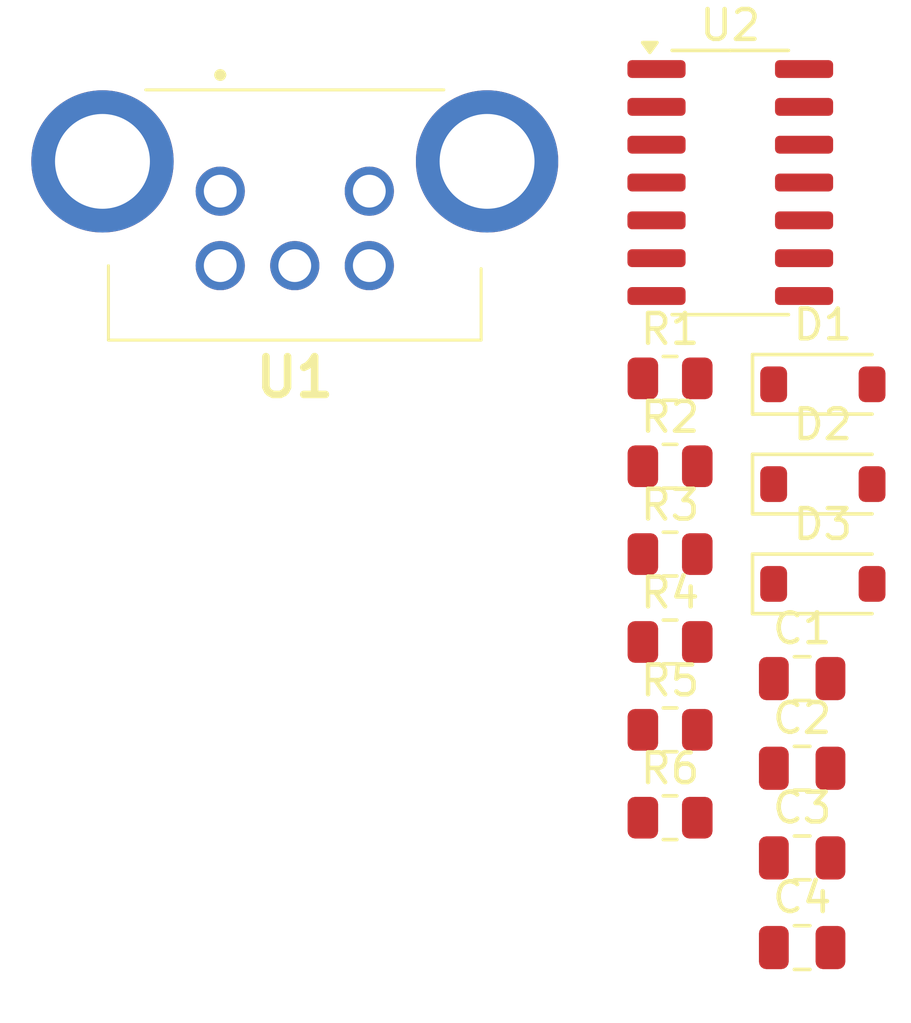
<source format=kicad_pcb>
(kicad_pcb (version 20241229) (generator "pcbnew") (generator_version "9.0")
  (layers (0 "F.Cu" signal) (2 "B.Cu" signal) (13 "F.Paste" user) (15 "B.Paste" user) (5 "F.SilkS" user "F.Silkscreen") (7 "B.SilkS" user "B.Silkscreen") (1 "F.Mask" user) (3 "B.Mask" user) (25 "Edge.Cuts" user))
  (net 0 "")
  (net 1 "GND")
  (net 2 "Net-(D1-K)")
  (net 3 "Net-(D2-K)")
  (net 4 "Net-(D3-K)")
  (net 5 "+3.3V")
  (net 6 "Net-(D1-A)")
  (net 7 "Net-(D2-A)")
  (net 8 "Net-(D3-A)")
  (net 9 "ENC_A")
  (net 10 "ENC_B")
  (net 11 "switch")
  (footprint "Capacitor_SMD:C_0805_2012Metric" (layer "F.Cu") (at 269.56 155.778)
    (property "Reference" "C2" (at 0 -1.68 0) (layer "F.SilkS"))
    (property "Value" "100n")
    (fp_line (start -0.261252 -0.735) (end 0.261252 -0.735) (stroke (width 0.12)) (layer "F.SilkS"))
    (fp_line (start -0.261252 0.735) (end 0.261252 0.735) (stroke (width 0.12)) (layer "F.SilkS"))
    (pad "1" smd roundrect (at -0.95 0) (size 1 1.45) (layers "F.Cu" "F.Mask" "F.Paste") (net 3 "Net-(D2-K)"))
    (pad "2" smd roundrect (at 0.95 0) (size 1 1.45) (layers "F.Cu" "F.Mask" "F.Paste") (net 1 "GND"))
  )
  (footprint "Resistor_SMD:R_0805_2012Metric" (layer "F.Cu") (at 265.13 148.588)
    (property "Reference" "R3" (at 0 -1.65 0) (layer "F.SilkS"))
    (property "Value" "18k")
    (fp_line (start -0.227064 -0.735) (end 0.227064 -0.735) (stroke (width 0.12)) (layer "F.SilkS"))
    (fp_line (start -0.227064 0.735) (end 0.227064 0.735) (stroke (width 0.12)) (layer "F.SilkS"))
    (pad "1" smd roundrect (at -0.9125 0) (size 1.025 1.4) (layers "F.Cu" "F.Mask" "F.Paste") (roundrect_rratio 0.243902) (net 8 "Net-(D3-A)"))
    (pad "2" smd roundrect (at 0.9125 0) (size 1.025 1.4) (layers "F.Cu" "F.Mask" "F.Paste") (roundrect_rratio 0.243902) (net 4 "Net-(D3-K)"))
  )
  (footprint "lb3th:PEC12R2217FS0024" (layer "F.Cu") (at 250.042 136.403)
    (property "Reference" "U1" (at 2.5 6.25 0) (layer "F.SilkS") (effects (font (size 1.27 1.27) (thickness 0.254))))
    (property "Value" "PEC12R-2217F-S0024" (hide yes))
    (fp_line (start -3.75 2.5) (end -3.75 5) (stroke (width 0.1)) (layer "F.SilkS"))
    (fp_line (start -3.75 5) (end 8.75 5) (stroke (width 0.1)) (layer "F.SilkS"))
    (fp_line (start -2.5 -3.4) (end 7.5 -3.4) (stroke (width 0.1)) (layer "F.SilkS"))
    (fp_line (start -0.1 -3.9) (end -0.1 -3.9) (stroke (width 0.2)) (layer "F.SilkS"))
    (fp_line (start 0.1 -3.9) (end 0.1 -3.9) (stroke (width 0.2)) (layer "F.SilkS"))
    (fp_line (start 8.75 5) (end 8.75 2.6) (stroke (width 0.1)) (layer "F.SilkS"))
    (fp_arc (start -0.1 -3.9) (mid 0 -4) (end 0.1 -3.9) (stroke (width 0.2)) (layer "F.SilkS"))
    (fp_arc (start 0.1 -3.9) (mid 0 -3.8) (end -0.1 -3.9) (stroke (width 0.2)) (layer "F.SilkS"))
    (pad "1" thru_hole circle (at 0 0) (size 1.65 1.65) (drill 1.1) (layers "*.Cu" "*.Mask") (net 6 "Net-(D1-A)"))
    (pad "2" thru_hole circle (at 5 0) (size 1.65 1.65) (drill 1.1) (layers "*.Cu" "*.Mask") (net 1 "GND"))
    (pad "A1" thru_hole circle (at 0 2.5) (size 1.65 1.65) (drill 1.1) (layers "*.Cu" "*.Mask") (net 7 "Net-(D2-A)"))
    (pad "B1" thru_hole circle (at 5 2.5) (size 1.65 1.65) (drill 1.1) (layers "*.Cu" "*.Mask") (net 8 "Net-(D3-A)"))
    (pad "C1" thru_hole circle (at 2.5 2.5) (size 1.65 1.65) (drill 1.1) (layers "*.Cu" "*.Mask") (net 1 "GND"))
    (pad "MH1" thru_hole circle (at -3.95 -1) (size 4.774 4.774) (drill 3.1828) (layers "*.Cu" "*.Mask") (net 1 "GND"))
    (pad "MH2" thru_hole circle (at 8.95 -1) (size 4.774 4.774) (drill 3.1828) (layers "*.Cu" "*.Mask") (net 1 "GND"))
  )
  (footprint "Package_SO:SOIC-14_3.9x8.7mm_P1.27mm" (layer "F.Cu") (at 267.15 136.113)
    (property "Reference" "U2" (at 0 -5.28 0) (layer "F.SilkS"))
    (property "Value" "74HC14")
    (fp_line (start 0 -4.435) (end -1.95 -4.435) (stroke (width 0.12)) (layer "F.SilkS"))
    (fp_line (start 0 -4.435) (end 1.95 -4.435) (stroke (width 0.12)) (layer "F.SilkS"))
    (fp_line (start 0 4.435) (end -1.95 4.435) (stroke (width 0.12)) (layer "F.SilkS"))
    (fp_line (start 0 4.435) (end 1.95 4.435) (stroke (width 0.12)) (layer "F.SilkS"))
    (fp_poly (pts (xy -2.7 -4.37) (xy -2.94 -4.7) (xy -2.46 -4.7)) (stroke (width 0.12)) (fill yes) (layer "F.SilkS"))
    (pad "1" smd roundrect (at -2.475 -3.81) (size 1.95 0.6) (layers "F.Cu" "F.Mask" "F.Paste") (net 2 "Net-(D1-K)"))
    (pad "2" smd roundrect (at -2.475 -2.54) (size 1.95 0.6) (layers "F.Cu" "F.Mask" "F.Paste") (net 11 "switch"))
    (pad "3" smd roundrect (at -2.475 -1.27) (size 1.95 0.6) (layers "F.Cu" "F.Mask" "F.Paste") (net 3 "Net-(D2-K)"))
    (pad "4" smd roundrect (at -2.475 0) (size 1.95 0.6) (layers "F.Cu" "F.Mask" "F.Paste") (net 9 "ENC_A"))
    (pad "5" smd roundrect (at -2.475 1.27) (size 1.95 0.6) (layers "F.Cu" "F.Mask" "F.Paste") (net 4 "Net-(D3-K)"))
    (pad "6" smd roundrect (at -2.475 2.54) (size 1.95 0.6) (layers "F.Cu" "F.Mask" "F.Paste") (net 10 "ENC_B"))
    (pad "7" smd roundrect (at -2.475 3.81) (size 1.95 0.6) (layers "F.Cu" "F.Mask" "F.Paste") (net 1 "GND"))
    (pad "8" smd roundrect (at 2.475 3.81) (size 1.95 0.6) (layers "F.Cu" "F.Mask" "F.Paste"))
    (pad "9" smd roundrect (at 2.475 2.54) (size 1.95 0.6) (layers "F.Cu" "F.Mask" "F.Paste"))
    (pad "10" smd roundrect (at 2.475 1.27) (size 1.95 0.6) (layers "F.Cu" "F.Mask" "F.Paste"))
    (pad "11" smd roundrect (at 2.475 0) (size 1.95 0.6) (layers "F.Cu" "F.Mask" "F.Paste"))
    (pad "12" smd roundrect (at 2.475 -1.27) (size 1.95 0.6) (layers "F.Cu" "F.Mask" "F.Paste"))
    (pad "13" smd roundrect (at 2.475 -2.54) (size 1.95 0.6) (layers "F.Cu" "F.Mask" "F.Paste"))
    (pad "14" smd roundrect (at 2.475 -3.81) (size 1.95 0.6) (layers "F.Cu" "F.Mask" "F.Paste") (net 5 "+3.3V"))
  )
  (footprint "Diode_SMD:D_SOD-123" (layer "F.Cu") (at 270.255 142.888)
    (property "Reference" "D1" (at 0 -2 0) (layer "F.SilkS"))
    (property "Value" "1n4148")
    (fp_line (start -2.36 -1) (end -2.36 1) (stroke (width 0.12)) (layer "F.SilkS"))
    (fp_line (start -2.36 -1) (end 1.65 -1) (stroke (width 0.12)) (layer "F.SilkS"))
    (fp_line (start -2.36 1) (end 1.65 1) (stroke (width 0.12)) (layer "F.SilkS"))
    (pad "1" smd roundrect (at -1.65 0) (size 0.9 1.2) (layers "F.Cu" "F.Mask" "F.Paste") (net 2 "Net-(D1-K)"))
    (pad "2" smd roundrect (at 1.65 0) (size 0.9 1.2) (layers "F.Cu" "F.Mask" "F.Paste") (net 6 "Net-(D1-A)"))
  )
  (footprint "Resistor_SMD:R_0805_2012Metric" (layer "F.Cu") (at 265.13 151.538)
    (property "Reference" "R4" (at 0 -1.65 0) (layer "F.SilkS"))
    (property "Value" "82k")
    (fp_line (start -0.227064 -0.735) (end 0.227064 -0.735) (stroke (width 0.12)) (layer "F.SilkS"))
    (fp_line (start -0.227064 0.735) (end 0.227064 0.735) (stroke (width 0.12)) (layer "F.SilkS"))
    (pad "1" smd roundrect (at -0.9125 0) (size 1.025 1.4) (layers "F.Cu" "F.Mask" "F.Paste") (roundrect_rratio 0.243902) (net 8 "Net-(D3-A)"))
    (pad "2" smd roundrect (at 0.9125 0) (size 1.025 1.4) (layers "F.Cu" "F.Mask" "F.Paste") (roundrect_rratio 0.243902) (net 5 "+3.3V"))
  )
  (footprint "Capacitor_SMD:C_0805_2012Metric" (layer "F.Cu") (at 269.56 158.788)
    (property "Reference" "C3" (at 0 -1.68 0) (layer "F.SilkS"))
    (property "Value" "100n")
    (fp_line (start -0.261252 -0.735) (end 0.261252 -0.735) (stroke (width 0.12)) (layer "F.SilkS"))
    (fp_line (start -0.261252 0.735) (end 0.261252 0.735) (stroke (width 0.12)) (layer "F.SilkS"))
    (pad "1" smd roundrect (at -0.95 0) (size 1 1.45) (layers "F.Cu" "F.Mask" "F.Paste") (net 4 "Net-(D3-K)"))
    (pad "2" smd roundrect (at 0.95 0) (size 1 1.45) (layers "F.Cu" "F.Mask" "F.Paste") (net 1 "GND"))
  )
  (footprint "Resistor_SMD:R_0805_2012Metric" (layer "F.Cu") (at 265.13 145.638)
    (property "Reference" "R2" (at 0 -1.65 0) (layer "F.SilkS"))
    (property "Value" "18k")
    (fp_line (start -0.227064 -0.735) (end 0.227064 -0.735) (stroke (width 0.12)) (layer "F.SilkS"))
    (fp_line (start -0.227064 0.735) (end 0.227064 0.735) (stroke (width 0.12)) (layer "F.SilkS"))
    (pad "1" smd roundrect (at -0.9125 0) (size 1.025 1.4) (layers "F.Cu" "F.Mask" "F.Paste") (roundrect_rratio 0.243902) (net 7 "Net-(D2-A)"))
    (pad "2" smd roundrect (at 0.9125 0) (size 1.025 1.4) (layers "F.Cu" "F.Mask" "F.Paste") (roundrect_rratio 0.243902) (net 3 "Net-(D2-K)"))
  )
  (footprint "Capacitor_SMD:C_0805_2012Metric" (layer "F.Cu") (at 269.56 152.768)
    (property "Reference" "C1" (at 0 -1.68 0) (layer "F.SilkS"))
    (property "Value" "100n")
    (fp_line (start -0.261252 -0.735) (end 0.261252 -0.735) (stroke (width 0.12)) (layer "F.SilkS"))
    (fp_line (start -0.261252 0.735) (end 0.261252 0.735) (stroke (width 0.12)) (layer "F.SilkS"))
    (pad "1" smd roundrect (at -0.95 0) (size 1 1.45) (layers "F.Cu" "F.Mask" "F.Paste") (net 2 "Net-(D1-K)"))
    (pad "2" smd roundrect (at 0.95 0) (size 1 1.45) (layers "F.Cu" "F.Mask" "F.Paste") (net 1 "GND"))
  )
  (footprint "Resistor_SMD:R_0805_2012Metric" (layer "F.Cu") (at 265.13 154.488)
    (property "Reference" "R5" (at 0 -1.65 0) (layer "F.SilkS"))
    (property "Value" "82k")
    (fp_line (start -0.227064 -0.735) (end 0.227064 -0.735) (stroke (width 0.12)) (layer "F.SilkS"))
    (fp_line (start -0.227064 0.735) (end 0.227064 0.735) (stroke (width 0.12)) (layer "F.SilkS"))
    (pad "1" smd roundrect (at -0.9125 0) (size 1.025 1.4) (layers "F.Cu" "F.Mask" "F.Paste") (roundrect_rratio 0.243902) (net 7 "Net-(D2-A)"))
    (pad "2" smd roundrect (at 0.9125 0) (size 1.025 1.4) (layers "F.Cu" "F.Mask" "F.Paste") (roundrect_rratio 0.243902) (net 5 "+3.3V"))
  )
  (footprint "Resistor_SMD:R_0805_2012Metric" (layer "F.Cu") (at 265.13 157.438)
    (property "Reference" "R6" (at 0 -1.65 0) (layer "F.SilkS"))
    (property "Value" "82k")
    (fp_line (start -0.227064 -0.735) (end 0.227064 -0.735) (stroke (width 0.12)) (layer "F.SilkS"))
    (fp_line (start -0.227064 0.735) (end 0.227064 0.735) (stroke (width 0.12)) (layer "F.SilkS"))
    (pad "1" smd roundrect (at -0.9125 0) (size 1.025 1.4) (layers "F.Cu" "F.Mask" "F.Paste") (roundrect_rratio 0.243902) (net 5 "+3.3V"))
    (pad "2" smd roundrect (at 0.9125 0) (size 1.025 1.4) (layers "F.Cu" "F.Mask" "F.Paste") (roundrect_rratio 0.243902) (net 6 "Net-(D1-A)"))
  )
  (footprint "Diode_SMD:D_SOD-123" (layer "F.Cu") (at 270.255 146.238)
    (property "Reference" "D2" (at 0 -2 0) (layer "F.SilkS"))
    (property "Value" "1n4148")
    (fp_line (start -2.36 -1) (end -2.36 1) (stroke (width 0.12)) (layer "F.SilkS"))
    (fp_line (start -2.36 -1) (end 1.65 -1) (stroke (width 0.12)) (layer "F.SilkS"))
    (fp_line (start -2.36 1) (end 1.65 1) (stroke (width 0.12)) (layer "F.SilkS"))
    (pad "1" smd roundrect (at -1.65 0) (size 0.9 1.2) (layers "F.Cu" "F.Mask" "F.Paste") (net 3 "Net-(D2-K)"))
    (pad "2" smd roundrect (at 1.65 0) (size 0.9 1.2) (layers "F.Cu" "F.Mask" "F.Paste") (net 7 "Net-(D2-A)"))
  )
  (footprint "Resistor_SMD:R_0805_2012Metric" (layer "F.Cu") (at 265.13 142.688)
    (property "Reference" "R1" (at 0 -1.65 0) (layer "F.SilkS"))
    (property "Value" "18k")
    (fp_line (start -0.227064 -0.735) (end 0.227064 -0.735) (stroke (width 0.12)) (layer "F.SilkS"))
    (fp_line (start -0.227064 0.735) (end 0.227064 0.735) (stroke (width 0.12)) (layer "F.SilkS"))
    (pad "1" smd roundrect (at -0.9125 0) (size 1.025 1.4) (layers "F.Cu" "F.Mask" "F.Paste") (roundrect_rratio 0.243902) (net 2 "Net-(D1-K)"))
    (pad "2" smd roundrect (at 0.9125 0) (size 1.025 1.4) (layers "F.Cu" "F.Mask" "F.Paste") (roundrect_rratio 0.243902) (net 6 "Net-(D1-A)"))
  )
  (footprint "Diode_SMD:D_SOD-123" (layer "F.Cu") (at 270.255 149.588)
    (property "Reference" "D3" (at 0 -2 0) (layer "F.SilkS"))
    (property "Value" "1n4148")
    (fp_line (start -2.36 -1) (end -2.36 1) (stroke (width 0.12)) (layer "F.SilkS"))
    (fp_line (start -2.36 -1) (end 1.65 -1) (stroke (width 0.12)) (layer "F.SilkS"))
    (fp_line (start -2.36 1) (end 1.65 1) (stroke (width 0.12)) (layer "F.SilkS"))
    (pad "1" smd roundrect (at -1.65 0) (size 0.9 1.2) (layers "F.Cu" "F.Mask" "F.Paste") (net 4 "Net-(D3-K)"))
    (pad "2" smd roundrect (at 1.65 0) (size 0.9 1.2) (layers "F.Cu" "F.Mask" "F.Paste") (net 8 "Net-(D3-A)"))
  )
  (footprint "Capacitor_SMD:C_0805_2012Metric" (layer "F.Cu") (at 269.56 161.798)
    (property "Reference" "C4" (at 0 -1.68 0) (layer "F.SilkS"))
    (property "Value" "100n")
    (fp_line (start -0.261252 -0.735) (end 0.261252 -0.735) (stroke (width 0.12)) (layer "F.SilkS"))
    (fp_line (start -0.261252 0.735) (end 0.261252 0.735) (stroke (width 0.12)) (layer "F.SilkS"))
    (pad "1" smd roundrect (at -0.95 0) (size 1 1.45) (layers "F.Cu" "F.Mask" "F.Paste") (net 1 "GND"))
    (pad "2" smd roundrect (at 0.95 0) (size 1 1.45) (layers "F.Cu" "F.Mask" "F.Paste") (net 5 "+3.3V"))
  )
)
</source>
